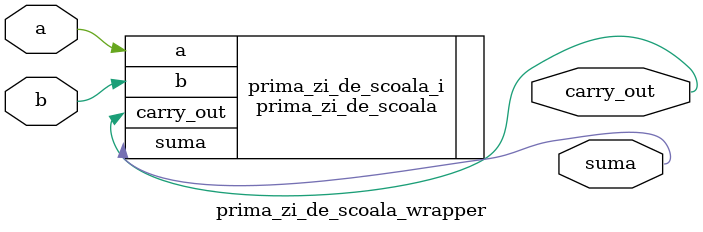
<source format=v>
`timescale 1 ps / 1 ps

module prima_zi_de_scoala_wrapper
   (a,
    b,
    carry_out,
    suma);
  input [0:0]a;
  input [0:0]b;
  output [0:0]carry_out;
  output [0:0]suma;

  wire [0:0]a;
  wire [0:0]b;
  wire [0:0]carry_out;
  wire [0:0]suma;

  prima_zi_de_scoala prima_zi_de_scoala_i
       (.a(a),
        .b(b),
        .carry_out(carry_out),
        .suma(suma));
endmodule

</source>
